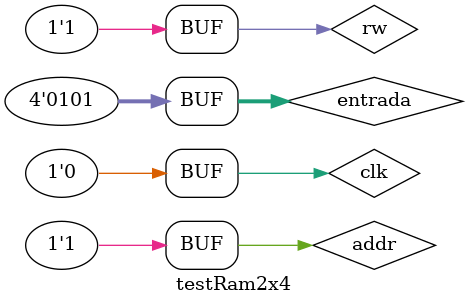
<source format=v>

`include"ram1x4.v"

module  mux(output[3:0] muxOut, input[3:0] in0 ,input[3:0] in1, input sel);
	reg[3:0] muxOut;
	 always @ (sel or in0 or in1)
 		begin
  			case(sel) 
     			1'b0 : muxOut = in0;
     			1'b1 : muxOut = in1;
  			endcase 
 		end
endmodule

module demux(output out0, output out1, input muxIn, input sel);
	reg out0;
	reg out1;
	 always @ (sel or muxIn)
 		begin
  			case(sel) 
     			1'b0 : begin out0 = muxIn; out1 = sel; end
     			1'b1 : begin out1 = muxIn; out0 = ~sel; end
  			endcase 
 		end
endmodule

module demux4b(output[3:0] out0, output[3:0] out1, input[3:0] muxIn, input sel);
	reg[3:0] out0;
	reg[3:0] out1;
	 always @ (sel or muxIn)
 		begin
  			case(sel) 
     			1'b0 : out0 = muxIn;
     			1'b1 : out1 = muxIn;
  			endcase 
 		end
endmodule


module ram2x4(output[3:0] saida, input addr, input rw, input clk, input[3:0] entrada);
	wire d0, d1;
	wire[3:0] s0, s1, saida, ent, in0, in1;
	demux DMUX0(d0, d1, 1'b1, addr);
	demux4b DMUX4b(in0, in1, entrada, addr);//--seleciona a entrada
	ram1x4 RAM0(s0, in0, clk, rw, d0);
	ram1x4 RAM1(s1, in1, clk, rw, d1);
	mux MUX1(saida, s0, s1, addr);
endmodule

module testRam2x4;
	wire[3:0] saida;
	reg[3:0] entrada;
	reg addr, rw, clk;
	
	ram2x4 RAM2X4(saida, addr, rw, clk, entrada);
	
	initial begin
	$display("Exercicio02 - Átila Martins Silva Júnior - 449014");
	
	entrada = 4'b0000; rw = 1; addr = 0; clk = 0;
	
	$monitor("input: %b addr: %b rw: %b output: %b",entrada,addr,rw,saida);
	#4entrada = 4'b1111; clk = 1;
	#4clk = 0;
	#4entrada = 4'b0101; addr = 1; clk = 1; 
	#4clk = 0;
	#4addr = 0; clk = 1;
	#4clk = 0;
	#4addr = 1; clk = 1;
	#4clk = 0;
	
	end
endmodule
</source>
